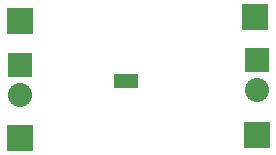
<source format=gbs>
G04 #@! TF.FileFunction,Soldermask,Bot*
%FSLAX46Y46*%
G04 Gerber Fmt 4.6, Leading zero omitted, Abs format (unit mm)*
G04 Created by KiCad (PCBNEW no-vcs-found-product) date Fri 28 Aug 2015 16:29:41 CEST*
%MOMM*%
G01*
G04 APERTURE LIST*
%ADD10C,0.127000*%
%ADD11R,2.000000X1.200000*%
%ADD12C,0.500000*%
%ADD13R,2.032000X2.032000*%
%ADD14O,2.032000X2.032000*%
%ADD15R,2.235200X2.235200*%
G04 APERTURE END LIST*
D10*
D11*
X145807200Y-94746800D03*
D12*
X146507200Y-95046800D03*
X145807200Y-94746800D03*
X145107200Y-95046800D03*
X145107200Y-94446800D03*
X146507200Y-94446800D03*
D13*
X136779000Y-93345000D03*
D14*
X136779000Y-95885000D03*
D13*
X156845000Y-92964000D03*
D14*
X156845000Y-95504000D03*
D15*
X136779000Y-99568000D03*
X156845000Y-99314000D03*
X136779000Y-89662000D03*
X156718000Y-89281000D03*
M02*

</source>
